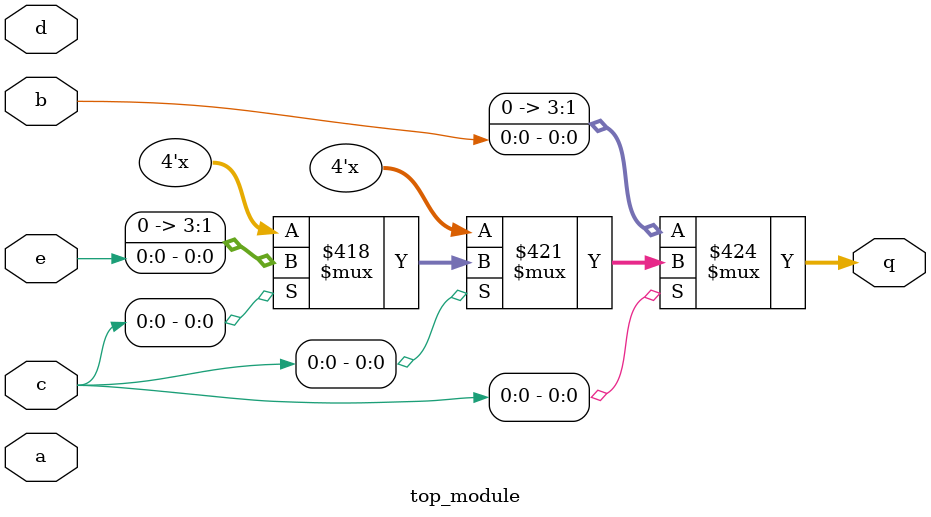
<source format=sv>
module top_module (
	input [3:0] a, 
	input [3:0] b, 
	input [3:0] c, 
	input [3:0] d,
	input [3:0] e,
	output reg [3:0] q
);
	always @* begin
		if (c[0] == 0) begin
			q = b[0];
		end else if (c[0] == 1) begin
			q = e[0];
		end else if (c[0] == 2) begin
			q = a[0];
		end else if (c[0] == 3) begin
			q = d[0];
		end else if (c[0] == 4) begin
			q = f[0];
		end else if (c[0] == 5) begin
			q = f[0];
		end else if (c[0] == 6) begin
			q = f[0];
		end else if (c[0] == 7) begin
			q = f[0];
		end else if (c[0] == 8) begin
			q = f[0];
		end else if (c[0] == 9) begin
			q = f[0];
		end else if (c[0] == 10) begin
			q = f[0];
		end else if (c[0] == 11) begin
			q = f[0];
		end else if (c[0] == 12) begin
			q = f[0];
		end else if (c[0] == 13) begin
			q = f[0];
		end else if (c[0] == 14) begin
			q = f[0];
		end else if (c[0] == 15) begin
			q = f[0];
		end
	end
endmodule

</source>
